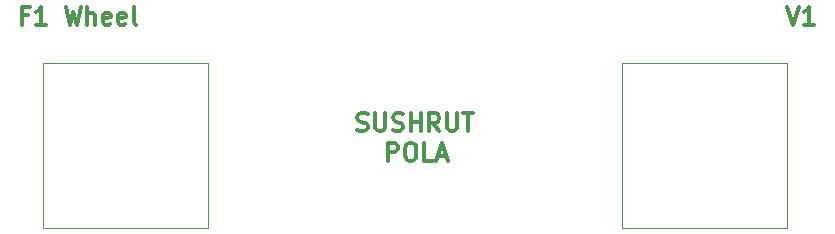
<source format=gbr>
%TF.GenerationSoftware,KiCad,Pcbnew,8.0.7*%
%TF.CreationDate,2025-07-13T11:03:56-07:00*%
%TF.ProjectId,shifter,73686966-7465-4722-9e6b-696361645f70,rev?*%
%TF.SameCoordinates,Original*%
%TF.FileFunction,Legend,Top*%
%TF.FilePolarity,Positive*%
%FSLAX46Y46*%
G04 Gerber Fmt 4.6, Leading zero omitted, Abs format (unit mm)*
G04 Created by KiCad (PCBNEW 8.0.7) date 2025-07-13 11:03:56*
%MOMM*%
%LPD*%
G01*
G04 APERTURE LIST*
%ADD10C,0.300000*%
%ADD11C,0.120000*%
G04 APERTURE END LIST*
D10*
X173430225Y-77300828D02*
X173930225Y-78800828D01*
X173930225Y-78800828D02*
X174430225Y-77300828D01*
X175715939Y-78800828D02*
X174858796Y-78800828D01*
X175287367Y-78800828D02*
X175287367Y-77300828D01*
X175287367Y-77300828D02*
X175144510Y-77515114D01*
X175144510Y-77515114D02*
X175001653Y-77657971D01*
X175001653Y-77657971D02*
X174858796Y-77729400D01*
X139644510Y-90300828D02*
X139644510Y-88800828D01*
X139644510Y-88800828D02*
X140215939Y-88800828D01*
X140215939Y-88800828D02*
X140358796Y-88872257D01*
X140358796Y-88872257D02*
X140430225Y-88943685D01*
X140430225Y-88943685D02*
X140501653Y-89086542D01*
X140501653Y-89086542D02*
X140501653Y-89300828D01*
X140501653Y-89300828D02*
X140430225Y-89443685D01*
X140430225Y-89443685D02*
X140358796Y-89515114D01*
X140358796Y-89515114D02*
X140215939Y-89586542D01*
X140215939Y-89586542D02*
X139644510Y-89586542D01*
X141430225Y-88800828D02*
X141715939Y-88800828D01*
X141715939Y-88800828D02*
X141858796Y-88872257D01*
X141858796Y-88872257D02*
X142001653Y-89015114D01*
X142001653Y-89015114D02*
X142073082Y-89300828D01*
X142073082Y-89300828D02*
X142073082Y-89800828D01*
X142073082Y-89800828D02*
X142001653Y-90086542D01*
X142001653Y-90086542D02*
X141858796Y-90229400D01*
X141858796Y-90229400D02*
X141715939Y-90300828D01*
X141715939Y-90300828D02*
X141430225Y-90300828D01*
X141430225Y-90300828D02*
X141287368Y-90229400D01*
X141287368Y-90229400D02*
X141144510Y-90086542D01*
X141144510Y-90086542D02*
X141073082Y-89800828D01*
X141073082Y-89800828D02*
X141073082Y-89300828D01*
X141073082Y-89300828D02*
X141144510Y-89015114D01*
X141144510Y-89015114D02*
X141287368Y-88872257D01*
X141287368Y-88872257D02*
X141430225Y-88800828D01*
X143430225Y-90300828D02*
X142715939Y-90300828D01*
X142715939Y-90300828D02*
X142715939Y-88800828D01*
X143858797Y-89872257D02*
X144573083Y-89872257D01*
X143715940Y-90300828D02*
X144215940Y-88800828D01*
X144215940Y-88800828D02*
X144715940Y-90300828D01*
X109144510Y-78015114D02*
X108644510Y-78015114D01*
X108644510Y-78800828D02*
X108644510Y-77300828D01*
X108644510Y-77300828D02*
X109358796Y-77300828D01*
X110715939Y-78800828D02*
X109858796Y-78800828D01*
X110287367Y-78800828D02*
X110287367Y-77300828D01*
X110287367Y-77300828D02*
X110144510Y-77515114D01*
X110144510Y-77515114D02*
X110001653Y-77657971D01*
X110001653Y-77657971D02*
X109858796Y-77729400D01*
X112358795Y-77300828D02*
X112715938Y-78800828D01*
X112715938Y-78800828D02*
X113001652Y-77729400D01*
X113001652Y-77729400D02*
X113287367Y-78800828D01*
X113287367Y-78800828D02*
X113644510Y-77300828D01*
X114215938Y-78800828D02*
X114215938Y-77300828D01*
X114858796Y-78800828D02*
X114858796Y-78015114D01*
X114858796Y-78015114D02*
X114787367Y-77872257D01*
X114787367Y-77872257D02*
X114644510Y-77800828D01*
X114644510Y-77800828D02*
X114430224Y-77800828D01*
X114430224Y-77800828D02*
X114287367Y-77872257D01*
X114287367Y-77872257D02*
X114215938Y-77943685D01*
X116144510Y-78729400D02*
X116001653Y-78800828D01*
X116001653Y-78800828D02*
X115715939Y-78800828D01*
X115715939Y-78800828D02*
X115573081Y-78729400D01*
X115573081Y-78729400D02*
X115501653Y-78586542D01*
X115501653Y-78586542D02*
X115501653Y-78015114D01*
X115501653Y-78015114D02*
X115573081Y-77872257D01*
X115573081Y-77872257D02*
X115715939Y-77800828D01*
X115715939Y-77800828D02*
X116001653Y-77800828D01*
X116001653Y-77800828D02*
X116144510Y-77872257D01*
X116144510Y-77872257D02*
X116215939Y-78015114D01*
X116215939Y-78015114D02*
X116215939Y-78157971D01*
X116215939Y-78157971D02*
X115501653Y-78300828D01*
X117430224Y-78729400D02*
X117287367Y-78800828D01*
X117287367Y-78800828D02*
X117001653Y-78800828D01*
X117001653Y-78800828D02*
X116858795Y-78729400D01*
X116858795Y-78729400D02*
X116787367Y-78586542D01*
X116787367Y-78586542D02*
X116787367Y-78015114D01*
X116787367Y-78015114D02*
X116858795Y-77872257D01*
X116858795Y-77872257D02*
X117001653Y-77800828D01*
X117001653Y-77800828D02*
X117287367Y-77800828D01*
X117287367Y-77800828D02*
X117430224Y-77872257D01*
X117430224Y-77872257D02*
X117501653Y-78015114D01*
X117501653Y-78015114D02*
X117501653Y-78157971D01*
X117501653Y-78157971D02*
X116787367Y-78300828D01*
X118358795Y-78800828D02*
X118215938Y-78729400D01*
X118215938Y-78729400D02*
X118144509Y-78586542D01*
X118144509Y-78586542D02*
X118144509Y-77300828D01*
X137073082Y-87729400D02*
X137287368Y-87800828D01*
X137287368Y-87800828D02*
X137644510Y-87800828D01*
X137644510Y-87800828D02*
X137787368Y-87729400D01*
X137787368Y-87729400D02*
X137858796Y-87657971D01*
X137858796Y-87657971D02*
X137930225Y-87515114D01*
X137930225Y-87515114D02*
X137930225Y-87372257D01*
X137930225Y-87372257D02*
X137858796Y-87229400D01*
X137858796Y-87229400D02*
X137787368Y-87157971D01*
X137787368Y-87157971D02*
X137644510Y-87086542D01*
X137644510Y-87086542D02*
X137358796Y-87015114D01*
X137358796Y-87015114D02*
X137215939Y-86943685D01*
X137215939Y-86943685D02*
X137144510Y-86872257D01*
X137144510Y-86872257D02*
X137073082Y-86729400D01*
X137073082Y-86729400D02*
X137073082Y-86586542D01*
X137073082Y-86586542D02*
X137144510Y-86443685D01*
X137144510Y-86443685D02*
X137215939Y-86372257D01*
X137215939Y-86372257D02*
X137358796Y-86300828D01*
X137358796Y-86300828D02*
X137715939Y-86300828D01*
X137715939Y-86300828D02*
X137930225Y-86372257D01*
X138573081Y-86300828D02*
X138573081Y-87515114D01*
X138573081Y-87515114D02*
X138644510Y-87657971D01*
X138644510Y-87657971D02*
X138715939Y-87729400D01*
X138715939Y-87729400D02*
X138858796Y-87800828D01*
X138858796Y-87800828D02*
X139144510Y-87800828D01*
X139144510Y-87800828D02*
X139287367Y-87729400D01*
X139287367Y-87729400D02*
X139358796Y-87657971D01*
X139358796Y-87657971D02*
X139430224Y-87515114D01*
X139430224Y-87515114D02*
X139430224Y-86300828D01*
X140073082Y-87729400D02*
X140287368Y-87800828D01*
X140287368Y-87800828D02*
X140644510Y-87800828D01*
X140644510Y-87800828D02*
X140787368Y-87729400D01*
X140787368Y-87729400D02*
X140858796Y-87657971D01*
X140858796Y-87657971D02*
X140930225Y-87515114D01*
X140930225Y-87515114D02*
X140930225Y-87372257D01*
X140930225Y-87372257D02*
X140858796Y-87229400D01*
X140858796Y-87229400D02*
X140787368Y-87157971D01*
X140787368Y-87157971D02*
X140644510Y-87086542D01*
X140644510Y-87086542D02*
X140358796Y-87015114D01*
X140358796Y-87015114D02*
X140215939Y-86943685D01*
X140215939Y-86943685D02*
X140144510Y-86872257D01*
X140144510Y-86872257D02*
X140073082Y-86729400D01*
X140073082Y-86729400D02*
X140073082Y-86586542D01*
X140073082Y-86586542D02*
X140144510Y-86443685D01*
X140144510Y-86443685D02*
X140215939Y-86372257D01*
X140215939Y-86372257D02*
X140358796Y-86300828D01*
X140358796Y-86300828D02*
X140715939Y-86300828D01*
X140715939Y-86300828D02*
X140930225Y-86372257D01*
X141573081Y-87800828D02*
X141573081Y-86300828D01*
X141573081Y-87015114D02*
X142430224Y-87015114D01*
X142430224Y-87800828D02*
X142430224Y-86300828D01*
X144001653Y-87800828D02*
X143501653Y-87086542D01*
X143144510Y-87800828D02*
X143144510Y-86300828D01*
X143144510Y-86300828D02*
X143715939Y-86300828D01*
X143715939Y-86300828D02*
X143858796Y-86372257D01*
X143858796Y-86372257D02*
X143930225Y-86443685D01*
X143930225Y-86443685D02*
X144001653Y-86586542D01*
X144001653Y-86586542D02*
X144001653Y-86800828D01*
X144001653Y-86800828D02*
X143930225Y-86943685D01*
X143930225Y-86943685D02*
X143858796Y-87015114D01*
X143858796Y-87015114D02*
X143715939Y-87086542D01*
X143715939Y-87086542D02*
X143144510Y-87086542D01*
X144644510Y-86300828D02*
X144644510Y-87515114D01*
X144644510Y-87515114D02*
X144715939Y-87657971D01*
X144715939Y-87657971D02*
X144787368Y-87729400D01*
X144787368Y-87729400D02*
X144930225Y-87800828D01*
X144930225Y-87800828D02*
X145215939Y-87800828D01*
X145215939Y-87800828D02*
X145358796Y-87729400D01*
X145358796Y-87729400D02*
X145430225Y-87657971D01*
X145430225Y-87657971D02*
X145501653Y-87515114D01*
X145501653Y-87515114D02*
X145501653Y-86300828D01*
X146001654Y-86300828D02*
X146858797Y-86300828D01*
X146430225Y-87800828D02*
X146430225Y-86300828D01*
D11*
%TO.C,SW2*%
X159475000Y-82015000D02*
X173445000Y-82015000D01*
X159475000Y-95985000D02*
X159475000Y-82015000D01*
X173445000Y-82015000D02*
X173445000Y-95985000D01*
X173445000Y-95985000D02*
X159475000Y-95985000D01*
%TO.C,SW1*%
X110475000Y-82015000D02*
X124445000Y-82015000D01*
X110475000Y-95985000D02*
X110475000Y-82015000D01*
X124445000Y-82015000D02*
X124445000Y-95985000D01*
X124445000Y-95985000D02*
X110475000Y-95985000D01*
%TD*%
M02*

</source>
